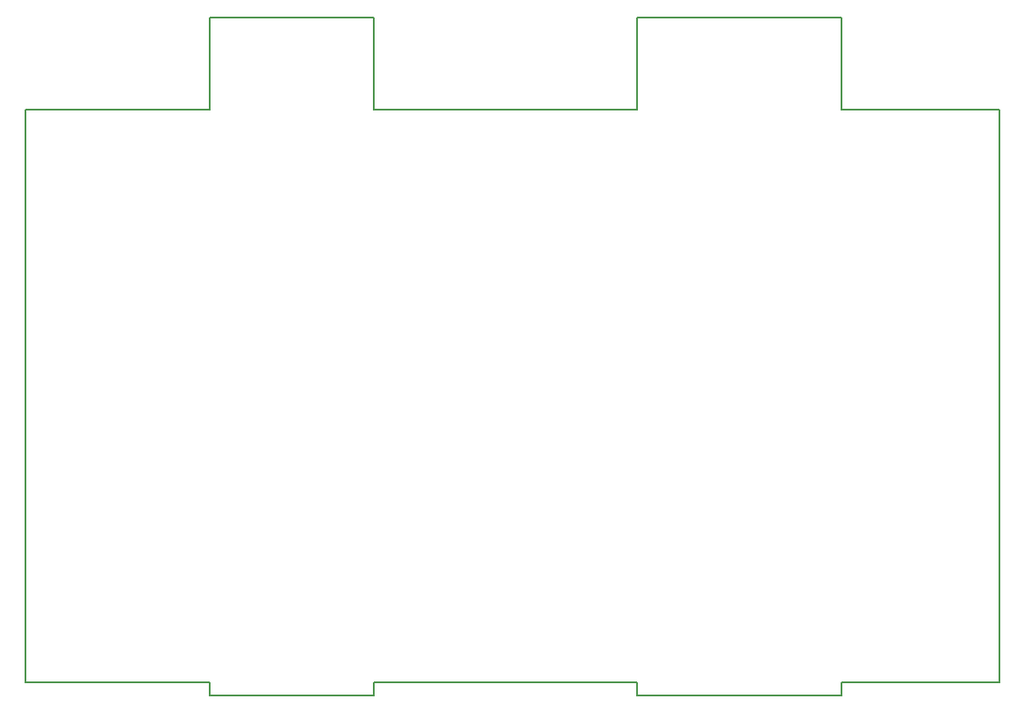
<source format=gm1>
G04 #@! TF.GenerationSoftware,KiCad,Pcbnew,6.0.4+dfsg-1+b1*
G04 #@! TF.CreationDate,2022-04-23T23:39:37+03:00*
G04 #@! TF.ProjectId,yatabaza-bus,79617461-6261-47a6-912d-6275732e6b69,rev?*
G04 #@! TF.SameCoordinates,Original*
G04 #@! TF.FileFunction,Profile,NP*
%FSLAX46Y46*%
G04 Gerber Fmt 4.6, Leading zero omitted, Abs format (unit mm)*
G04 Created by KiCad (PCBNEW 6.0.4+dfsg-1+b1) date 2022-04-23 23:39:37*
%MOMM*%
%LPD*%
G01*
G04 APERTURE LIST*
G04 #@! TA.AperFunction,Profile*
%ADD10C,0.150000*%
G04 #@! TD*
G04 APERTURE END LIST*
D10*
X92075000Y-24130000D02*
X111760000Y-24130000D01*
X127000000Y-88265000D02*
X111760000Y-88265000D01*
X111760000Y-89535000D02*
X92075000Y-89535000D01*
X50800000Y-88265000D02*
X33020000Y-88265000D01*
X92075000Y-88265000D02*
X66675000Y-88265000D01*
X66675000Y-88265000D02*
X66675000Y-89535000D01*
X50800000Y-33020000D02*
X50800000Y-24130000D01*
X33020000Y-88265000D02*
X33020000Y-33020000D01*
X33020000Y-33020000D02*
X50800000Y-33020000D01*
X111760000Y-24130000D02*
X111760000Y-33020000D01*
X66675000Y-24130000D02*
X66675000Y-33020000D01*
X92075000Y-33020000D02*
X92075000Y-24130000D01*
X127000000Y-33020000D02*
X127000000Y-88265000D01*
X92075000Y-89535000D02*
X92075000Y-88265000D01*
X50800000Y-89535000D02*
X50800000Y-88265000D01*
X50800000Y-24130000D02*
X66675000Y-24130000D01*
X111760000Y-33020000D02*
X127000000Y-33020000D01*
X66675000Y-33020000D02*
X92075000Y-33020000D01*
X66675000Y-89535000D02*
X50800000Y-89535000D01*
X111760000Y-88265000D02*
X111760000Y-89535000D01*
M02*

</source>
